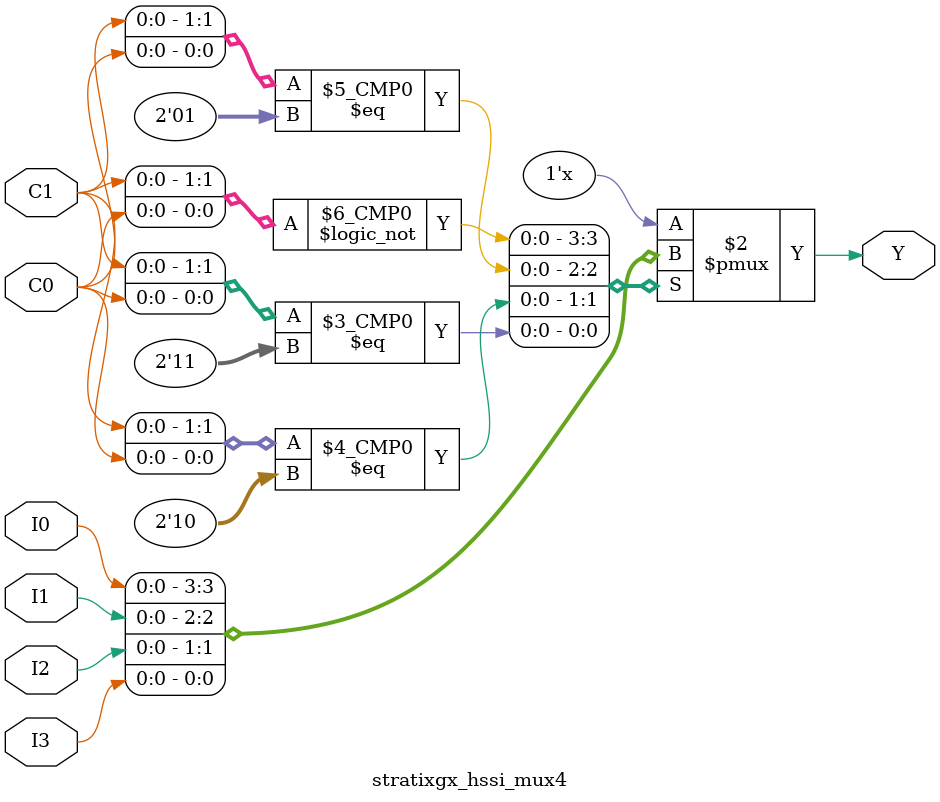
<source format=v>
module stratixgx_hssi_mux4(Y,I0,I1,I2,I3,C0,C1); 
  input I0,I1,I2,I3,C0,C1; 
  output Y; 
  reg   Y; 
  always@(I0 or I1 or I2 or I3 or C0 or C1) begin 
      case ({C1,C0})  
          2'b00 : Y = I0 ; 
          2'b01 : Y = I1 ; 
          2'b10 : Y = I2 ; 
          2'b11 : Y = I3 ; 
      endcase 
  end 
endmodule
</source>
